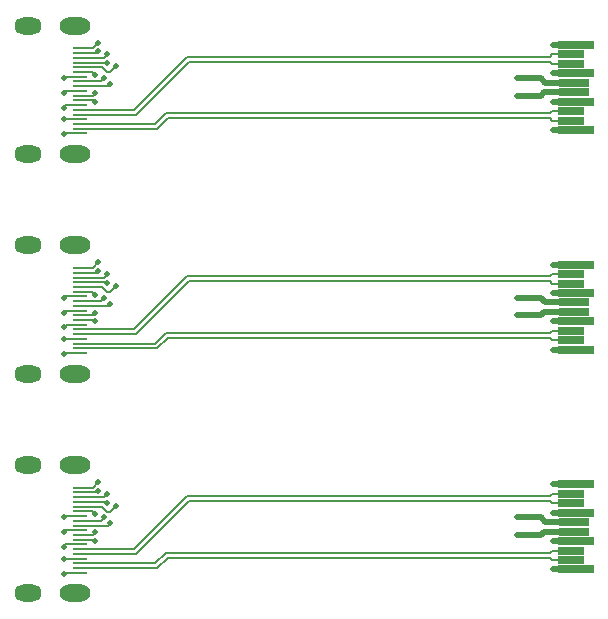
<source format=gtl>
%FSLAX46Y46*%
%MOMM*%
%ADD12C,0.200000*%
%ADD10C,0.205230*%
%ADD11C,0.500000*%
%AMPS17*
21,1,0.220000,1.250000,0.000000,0.000000,270.000000*
%
%ADD17PS17*%
%AMPS20*
1,1,0.500000,0.000000,0.000000*
%
%ADD20PS20*%
%AMPS19*
21,1,1.150000,1.450000,0.000000,0.000000,0.000000*
1,1,1.450000,0.575000,0.000000*
1,1,1.450000,-0.575000,0.000000*
%
%ADD19PS19*%
%AMPS18*
21,1,0.850000,1.450000,0.000000,0.000000,0.000000*
1,1,1.450000,0.425000,0.000000*
1,1,1.450000,-0.425000,0.000000*
%
%ADD18PS18*%
%AMPS15*
21,1,3.000000,0.600000,0.000000,0.000000,0.000000*
%
%ADD15PS15*%
%AMPS14*
21,1,2.200000,0.600000,0.000000,0.000000,0.000000*
%
%ADD14PS14*%
%AMPS13*
21,1,2.600000,0.600000,0.000000,0.000000,0.000000*
%
%ADD13PS13*%
%AMPS16*
1,1,0.240000,0.330000,0.130000*
1,1,0.240000,-0.330000,-0.130000*
1,1,0.240000,-0.330000,0.130000*
21,1,0.500000,0.660000,0.000000,0.000000,90.000000*
21,1,0.260000,0.900000,0.000000,0.000000,90.000000*
1,1,0.240000,0.330000,-0.130000*
%
%ADD16PS16*%
G01*
%LPD*%
G01*
%LPD*%
D10*
X5979215Y41919215D02*
X5975000Y41915000D01*
D11*
X45400000Y44200000D02*
X45000000Y44600000D01*
D11*
X45300000Y43400000D02*
X47800000Y43400000D01*
D10*
X13265411Y41604215D02*
X12380411Y40719215D01*
D12*
X5975000Y42315000D02*
X4815000Y42315000D01*
D12*
X7035000Y45115000D02*
X7300000Y44850000D01*
D12*
X5975000Y46315000D02*
X8015000Y46315000D01*
D12*
X4715000Y44715000D02*
X4600000Y44600000D01*
D12*
X5975000Y44715000D02*
X4715000Y44715000D01*
D11*
X48000000Y40200000D02*
X46075000Y40200000D01*
D10*
X45949999Y45800000D02*
X45754214Y45995785D01*
D12*
X5975000Y45115000D02*
X7035000Y45115000D01*
D10*
X47600000Y41000000D02*
X45949999Y41000000D01*
D10*
X13434589Y41195785D02*
X12549589Y40310785D01*
D12*
X4615000Y41115000D02*
X4600000Y41100000D01*
D12*
X5975000Y43915000D02*
X8365000Y43915000D01*
D10*
X10580411Y41919215D02*
X5979215Y41919215D01*
D10*
X45949999Y41000000D02*
X45754214Y41195785D01*
D12*
X6815000Y47115000D02*
X7065000Y47115000D01*
D12*
X7635000Y45515000D02*
X7885000Y45515000D01*
D11*
X48000000Y45000000D02*
X46075000Y45000000D01*
D12*
X8550000Y45100000D02*
X9050000Y45600000D01*
D10*
X5979215Y40310785D02*
X5975000Y40315000D01*
D11*
X44000000Y43100000D02*
X43000000Y43100000D01*
D12*
X4765000Y43515000D02*
X4600000Y43350000D01*
D10*
X45754214Y41195785D02*
X13434589Y41195785D01*
D10*
X45949999Y46600000D02*
X45754214Y46404215D01*
D12*
X8050000Y45350000D02*
X8300000Y45100000D01*
D12*
X5975000Y46715000D02*
X7415000Y46715000D01*
D12*
X5975000Y45915000D02*
X8235000Y45915000D01*
D10*
X45754214Y45995785D02*
X15234589Y45995785D01*
D10*
X12380411Y40719215D02*
X5979215Y40719215D01*
D12*
X5975000Y47115000D02*
X6815000Y47115000D01*
D11*
X48000000Y42600000D02*
X46075000Y42600000D01*
D12*
X5975000Y39915000D02*
X4665000Y39915000D01*
D10*
X15065411Y46404215D02*
X10580411Y41919215D01*
D12*
X8235000Y45915000D02*
X8300000Y45850000D01*
D10*
X10749589Y41510785D02*
X5979215Y41510785D01*
D10*
X45754214Y46404215D02*
X15065411Y46404215D01*
D12*
X5975000Y43515000D02*
X4765000Y43515000D01*
D11*
X47800000Y44200000D02*
X45400000Y44200000D01*
D12*
X7885000Y45515000D02*
X8050000Y45350000D01*
D11*
X44000000Y43100000D02*
X45000000Y43100000D01*
D12*
X7185000Y42715000D02*
X7300000Y42600000D01*
D11*
X44000000Y44600000D02*
X43000000Y44600000D01*
D10*
X45949999Y41800000D02*
X45754214Y41604215D01*
D10*
X5979215Y40719215D02*
X5975000Y40715000D01*
D12*
X8300000Y45100000D02*
X8550000Y45100000D01*
D12*
X8365000Y43915000D02*
X8550000Y44100000D01*
D12*
X5975000Y44315000D02*
X7765000Y44315000D01*
D10*
X45754214Y41604215D02*
X13265411Y41604215D01*
D11*
X45000000Y44600000D02*
X44000000Y44600000D01*
D12*
X8015000Y46315000D02*
X8300000Y46600000D01*
D10*
X15234589Y45995785D02*
X10749589Y41510785D01*
D12*
X4815000Y42315000D02*
X4600000Y42100000D01*
D12*
X5975000Y45515000D02*
X7635000Y45515000D01*
D12*
X7765000Y44315000D02*
X8050000Y44600000D01*
D12*
X5975000Y43115000D02*
X7065000Y43115000D01*
D12*
X5975000Y42715000D02*
X7185000Y42715000D01*
D10*
X47600000Y46600000D02*
X45949999Y46600000D01*
D10*
X47600000Y45800000D02*
X45949999Y45800000D01*
D12*
X7415000Y46715000D02*
X7550000Y46850000D01*
D11*
X45000000Y43100000D02*
X45300000Y43400000D01*
D10*
X12549589Y40310785D02*
X5979215Y40310785D01*
D11*
X48000000Y47400000D02*
X46075000Y47400000D01*
D10*
X5979215Y41510785D02*
X5975000Y41515000D01*
D10*
X47600000Y41800000D02*
X45949999Y41800000D01*
D12*
X4665000Y39915000D02*
X4600000Y39850000D01*
D12*
X5975000Y41115000D02*
X4615000Y41115000D01*
D12*
X7065000Y47115000D02*
X7550000Y47600000D01*
D12*
X7065000Y43115000D02*
X7300000Y43350000D01*
D10*
X5979215Y23319215D02*
X5975000Y23315000D01*
D11*
X45400000Y25600000D02*
X45000000Y26000000D01*
D11*
X45300000Y24800000D02*
X47800000Y24800000D01*
D10*
X13265411Y23004215D02*
X12380411Y22119215D01*
D12*
X5975000Y23715000D02*
X4815000Y23715000D01*
D12*
X7035000Y26515000D02*
X7300000Y26250000D01*
D12*
X5975000Y27715000D02*
X8015000Y27715000D01*
D12*
X4715000Y26115000D02*
X4600000Y26000000D01*
D12*
X5975000Y26115000D02*
X4715000Y26115000D01*
D11*
X48000000Y21600000D02*
X46075000Y21600000D01*
D10*
X45949999Y27200000D02*
X45754214Y27395785D01*
D12*
X5975000Y26515000D02*
X7035000Y26515000D01*
D10*
X47600000Y22400000D02*
X45949999Y22400000D01*
D10*
X13434589Y22595785D02*
X12549589Y21710785D01*
D12*
X4615000Y22515000D02*
X4600000Y22500000D01*
D12*
X5975000Y25315000D02*
X8365000Y25315000D01*
D10*
X10580411Y23319215D02*
X5979215Y23319215D01*
D10*
X45949999Y22400000D02*
X45754214Y22595785D01*
D12*
X6815000Y28515000D02*
X7065000Y28515000D01*
D12*
X7635000Y26915000D02*
X7885000Y26915000D01*
D11*
X48000000Y26400000D02*
X46075000Y26400000D01*
D12*
X8550000Y26500000D02*
X9050000Y27000000D01*
D10*
X5979215Y21710785D02*
X5975000Y21715000D01*
D11*
X44000000Y24500000D02*
X43000000Y24500000D01*
D12*
X4765000Y24915000D02*
X4600000Y24750000D01*
D10*
X45754214Y22595785D02*
X13434589Y22595785D01*
D10*
X45949999Y28000000D02*
X45754214Y27804215D01*
D12*
X8050000Y26750000D02*
X8300000Y26500000D01*
D12*
X5975000Y28115000D02*
X7415000Y28115000D01*
D12*
X5975000Y27315000D02*
X8235000Y27315000D01*
D10*
X45754214Y27395785D02*
X15234589Y27395785D01*
D10*
X12380411Y22119215D02*
X5979215Y22119215D01*
D12*
X5975000Y28515000D02*
X6815000Y28515000D01*
D11*
X48000000Y24000000D02*
X46075000Y24000000D01*
D12*
X5975000Y21315000D02*
X4665000Y21315000D01*
D10*
X15065411Y27804215D02*
X10580411Y23319215D01*
D12*
X8235000Y27315000D02*
X8300000Y27250000D01*
D10*
X10749589Y22910785D02*
X5979215Y22910785D01*
D10*
X45754214Y27804215D02*
X15065411Y27804215D01*
D12*
X5975000Y24915000D02*
X4765000Y24915000D01*
D11*
X47800000Y25600000D02*
X45400000Y25600000D01*
D12*
X7885000Y26915000D02*
X8050000Y26750000D01*
D11*
X44000000Y24500000D02*
X45000000Y24500000D01*
D12*
X7185000Y24115000D02*
X7300000Y24000000D01*
D11*
X44000000Y26000000D02*
X43000000Y26000000D01*
D10*
X45949999Y23200000D02*
X45754214Y23004215D01*
D10*
X5979215Y22119215D02*
X5975000Y22115000D01*
D12*
X8300000Y26500000D02*
X8550000Y26500000D01*
D12*
X8365000Y25315000D02*
X8550000Y25500000D01*
D12*
X5975000Y25715000D02*
X7765000Y25715000D01*
D10*
X45754214Y23004215D02*
X13265411Y23004215D01*
D11*
X45000000Y26000000D02*
X44000000Y26000000D01*
D12*
X8015000Y27715000D02*
X8300000Y28000000D01*
D10*
X15234589Y27395785D02*
X10749589Y22910785D01*
D12*
X4815000Y23715000D02*
X4600000Y23500000D01*
D12*
X5975000Y26915000D02*
X7635000Y26915000D01*
D12*
X7765000Y25715000D02*
X8050000Y26000000D01*
D12*
X5975000Y24515000D02*
X7065000Y24515000D01*
D12*
X5975000Y24115000D02*
X7185000Y24115000D01*
D10*
X47600000Y28000000D02*
X45949999Y28000000D01*
D10*
X47600000Y27200000D02*
X45949999Y27200000D01*
D12*
X7415000Y28115000D02*
X7550000Y28250000D01*
D11*
X45000000Y24500000D02*
X45300000Y24800000D01*
D10*
X12549589Y21710785D02*
X5979215Y21710785D01*
D11*
X48000000Y28800000D02*
X46075000Y28800000D01*
D10*
X5979215Y22910785D02*
X5975000Y22915000D01*
D10*
X47600000Y23200000D02*
X45949999Y23200000D01*
D12*
X4665000Y21315000D02*
X4600000Y21250000D01*
D12*
X5975000Y22515000D02*
X4615000Y22515000D01*
D12*
X7065000Y28515000D02*
X7550000Y29000000D01*
D12*
X7065000Y24515000D02*
X7300000Y24750000D01*
D10*
X5979215Y4719215D02*
X5975000Y4715000D01*
D11*
X45400000Y7000000D02*
X45000000Y7400000D01*
D11*
X45300000Y6200000D02*
X47800000Y6200000D01*
D10*
X13265411Y4404215D02*
X12380411Y3519215D01*
D12*
X5975000Y5115000D02*
X4815000Y5115000D01*
D12*
X7035000Y7915000D02*
X7300000Y7650000D01*
D12*
X5975000Y9115000D02*
X8015000Y9115000D01*
D12*
X4715000Y7515000D02*
X4600000Y7400000D01*
D12*
X5975000Y7515000D02*
X4715000Y7515000D01*
D11*
X48000000Y3000000D02*
X46075000Y3000000D01*
D10*
X45949999Y8600000D02*
X45754214Y8795785D01*
D12*
X5975000Y7915000D02*
X7035000Y7915000D01*
D10*
X47600000Y3800000D02*
X45949999Y3800000D01*
D10*
X13434589Y3995785D02*
X12549589Y3110785D01*
D12*
X4615000Y3915000D02*
X4600000Y3900000D01*
D12*
X5975000Y6715000D02*
X8365000Y6715000D01*
D10*
X10580411Y4719215D02*
X5979215Y4719215D01*
D10*
X45949999Y3800000D02*
X45754214Y3995785D01*
D12*
X6815000Y9915000D02*
X7065000Y9915000D01*
D12*
X7635000Y8315000D02*
X7885000Y8315000D01*
D11*
X48000000Y7800000D02*
X46075000Y7800000D01*
D12*
X8550000Y7900000D02*
X9050000Y8400000D01*
D10*
X5979215Y3110785D02*
X5975000Y3115000D01*
D11*
X44000000Y5900000D02*
X43000000Y5900000D01*
D12*
X4765000Y6315000D02*
X4600000Y6150000D01*
D10*
X45754214Y3995785D02*
X13434589Y3995785D01*
D10*
X45949999Y9400000D02*
X45754214Y9204215D01*
D12*
X8050000Y8150000D02*
X8300000Y7900000D01*
D12*
X5975000Y9515000D02*
X7415000Y9515000D01*
D12*
X5975000Y8715000D02*
X8235000Y8715000D01*
D10*
X45754214Y8795785D02*
X15234589Y8795785D01*
D10*
X12380411Y3519215D02*
X5979215Y3519215D01*
D12*
X5975000Y9915000D02*
X6815000Y9915000D01*
D11*
X48000000Y5400000D02*
X46075000Y5400000D01*
D12*
X5975000Y2715000D02*
X4665000Y2715000D01*
D10*
X15065411Y9204215D02*
X10580411Y4719215D01*
D12*
X8235000Y8715000D02*
X8300000Y8650000D01*
D10*
X10749589Y4310785D02*
X5979215Y4310785D01*
D10*
X45754214Y9204215D02*
X15065411Y9204215D01*
D12*
X5975000Y6315000D02*
X4765000Y6315000D01*
D11*
X47800000Y7000000D02*
X45400000Y7000000D01*
D12*
X7885000Y8315000D02*
X8050000Y8150000D01*
D11*
X44000000Y5900000D02*
X45000000Y5900000D01*
D12*
X7185000Y5515000D02*
X7300000Y5400000D01*
D11*
X44000000Y7400000D02*
X43000000Y7400000D01*
D10*
X45949999Y4600000D02*
X45754214Y4404215D01*
D10*
X5979215Y3519215D02*
X5975000Y3515000D01*
D12*
X8300000Y7900000D02*
X8550000Y7900000D01*
D12*
X8365000Y6715000D02*
X8550000Y6900000D01*
D12*
X5975000Y7115000D02*
X7765000Y7115000D01*
D10*
X45754214Y4404215D02*
X13265411Y4404215D01*
D11*
X45000000Y7400000D02*
X44000000Y7400000D01*
D12*
X8015000Y9115000D02*
X8300000Y9400000D01*
D10*
X15234589Y8795785D02*
X10749589Y4310785D01*
D12*
X4815000Y5115000D02*
X4600000Y4900000D01*
D12*
X5975000Y8315000D02*
X7635000Y8315000D01*
D12*
X7765000Y7115000D02*
X8050000Y7400000D01*
D12*
X5975000Y5915000D02*
X7065000Y5915000D01*
D12*
X5975000Y5515000D02*
X7185000Y5515000D01*
D10*
X47600000Y9400000D02*
X45949999Y9400000D01*
D10*
X47600000Y8600000D02*
X45949999Y8600000D01*
D12*
X7415000Y9515000D02*
X7550000Y9650000D01*
D11*
X45000000Y5900000D02*
X45300000Y6200000D01*
D10*
X12549589Y3110785D02*
X5979215Y3110785D01*
D11*
X48000000Y10200000D02*
X46075000Y10200000D01*
D10*
X5979215Y4310785D02*
X5975000Y4315000D01*
D10*
X47600000Y4600000D02*
X45949999Y4600000D01*
D12*
X4665000Y2715000D02*
X4600000Y2650000D01*
D12*
X5975000Y3915000D02*
X4615000Y3915000D01*
D12*
X7065000Y9915000D02*
X7550000Y10400000D01*
D12*
X7065000Y5915000D02*
X7300000Y6150000D01*
G75*
D13*
X47800000Y44200000D03*
D14*
X47600000Y45800000D03*
D15*
X48000000Y42600000D03*
D14*
X47600000Y41000000D03*
D15*
X48000000Y40200000D03*
D14*
X47600000Y46600000D03*
D13*
X47800000Y43400000D03*
D15*
X48000000Y45000000D03*
D14*
X47600000Y41800000D03*
D15*
X48000000Y47400000D03*
D16*
X44000000Y43100000D03*
D16*
X44000000Y44600000D03*
D17*
X5975000Y41115000D03*
D17*
X5975000Y40715000D03*
D18*
X1600000Y38175000D03*
D17*
X5975000Y46715000D03*
D17*
X5975000Y43115000D03*
D17*
X5975000Y42715000D03*
D19*
X5550000Y38175000D03*
D17*
X5975000Y43915000D03*
D17*
X5975000Y43515000D03*
D17*
X5975000Y45115000D03*
D17*
X5975000Y44315000D03*
D17*
X5975000Y39915000D03*
D17*
X5975000Y47115000D03*
D19*
X5550000Y49025000D03*
D17*
X5975000Y46315000D03*
D17*
X5975000Y42315000D03*
D17*
X5975000Y45515000D03*
D17*
X5975000Y41515000D03*
D17*
X5975000Y40315000D03*
D17*
X5975000Y44715000D03*
D17*
X5975000Y41915000D03*
D18*
X1600000Y49025000D03*
D17*
X5975000Y45915000D03*
D20*
X4600000Y41100000D03*
D20*
X4600000Y42100000D03*
D20*
X4600000Y43350000D03*
D20*
X8300000Y46600000D03*
D20*
X46075000Y45000000D03*
D20*
X9050000Y45600000D03*
D20*
X43000000Y44600000D03*
D20*
X4600000Y44600000D03*
D20*
X8550000Y44100000D03*
D20*
X43000000Y43100000D03*
D20*
X46075000Y42600000D03*
D20*
X46075000Y47400000D03*
D20*
X7300000Y43350000D03*
D20*
X7300000Y44850000D03*
D20*
X8300000Y45850000D03*
D20*
X4600000Y39850000D03*
D20*
X46075000Y40200000D03*
D20*
X7300000Y42600000D03*
D20*
X7550000Y46850000D03*
D20*
X8050000Y44600000D03*
D20*
X7550000Y47600000D03*
D13*
X47800000Y25600000D03*
D14*
X47600000Y27200000D03*
D15*
X48000000Y24000000D03*
D14*
X47600000Y22400000D03*
D15*
X48000000Y21600000D03*
D14*
X47600000Y28000000D03*
D13*
X47800000Y24800000D03*
D15*
X48000000Y26400000D03*
D14*
X47600000Y23200000D03*
D15*
X48000000Y28800000D03*
D16*
X44000000Y24500000D03*
D16*
X44000000Y26000000D03*
D17*
X5975000Y22515000D03*
D17*
X5975000Y22115000D03*
D18*
X1600000Y19575000D03*
D17*
X5975000Y28115000D03*
D17*
X5975000Y24515000D03*
D17*
X5975000Y24115000D03*
D19*
X5550000Y19575000D03*
D17*
X5975000Y25315000D03*
D17*
X5975000Y24915000D03*
D17*
X5975000Y26515000D03*
D17*
X5975000Y25715000D03*
D17*
X5975000Y21315000D03*
D17*
X5975000Y28515000D03*
D19*
X5550000Y30425000D03*
D17*
X5975000Y27715000D03*
D17*
X5975000Y23715000D03*
D17*
X5975000Y26915000D03*
D17*
X5975000Y22915000D03*
D17*
X5975000Y21715000D03*
D17*
X5975000Y26115000D03*
D17*
X5975000Y23315000D03*
D18*
X1600000Y30425000D03*
D17*
X5975000Y27315000D03*
D20*
X4600000Y22500000D03*
D20*
X4600000Y23500000D03*
D20*
X4600000Y24750000D03*
D20*
X8300000Y28000000D03*
D20*
X46075000Y26400000D03*
D20*
X9050000Y27000000D03*
D20*
X43000000Y26000000D03*
D20*
X4600000Y26000000D03*
D20*
X8550000Y25500000D03*
D20*
X43000000Y24500000D03*
D20*
X46075000Y24000000D03*
D20*
X46075000Y28800000D03*
D20*
X7300000Y24750000D03*
D20*
X7300000Y26250000D03*
D20*
X8300000Y27250000D03*
D20*
X4600000Y21250000D03*
D20*
X46075000Y21600000D03*
D20*
X7300000Y24000000D03*
D20*
X7550000Y28250000D03*
D20*
X8050000Y26000000D03*
D20*
X7550000Y29000000D03*
D13*
X47800000Y7000000D03*
D14*
X47600000Y8600000D03*
D15*
X48000000Y5400000D03*
D14*
X47600000Y3800000D03*
D15*
X48000000Y3000000D03*
D14*
X47600000Y9400000D03*
D13*
X47800000Y6200000D03*
D15*
X48000000Y7800000D03*
D14*
X47600000Y4600000D03*
D15*
X48000000Y10200000D03*
D16*
X44000000Y5900000D03*
D16*
X44000000Y7400000D03*
D17*
X5975000Y3915000D03*
D17*
X5975000Y3515000D03*
D18*
X1600000Y975000D03*
D17*
X5975000Y9515000D03*
D17*
X5975000Y5915000D03*
D17*
X5975000Y5515000D03*
D19*
X5550000Y975000D03*
D17*
X5975000Y6715000D03*
D17*
X5975000Y6315000D03*
D17*
X5975000Y7915000D03*
D17*
X5975000Y7115000D03*
D17*
X5975000Y2715000D03*
D17*
X5975000Y9915000D03*
D19*
X5550000Y11825000D03*
D17*
X5975000Y9115000D03*
D17*
X5975000Y5115000D03*
D17*
X5975000Y8315000D03*
D17*
X5975000Y4315000D03*
D17*
X5975000Y3115000D03*
D17*
X5975000Y7515000D03*
D17*
X5975000Y4715000D03*
D18*
X1600000Y11825000D03*
D17*
X5975000Y8715000D03*
D20*
X4600000Y3900000D03*
D20*
X4600000Y4900000D03*
D20*
X4600000Y6150000D03*
D20*
X8300000Y9400000D03*
D20*
X46075000Y7800000D03*
D20*
X9050000Y8400000D03*
D20*
X43000000Y7400000D03*
D20*
X4600000Y7400000D03*
D20*
X8550000Y6900000D03*
D20*
X43000000Y5900000D03*
D20*
X46075000Y5400000D03*
D20*
X46075000Y10200000D03*
D20*
X7300000Y6150000D03*
D20*
X7300000Y7650000D03*
D20*
X8300000Y8650000D03*
D20*
X4600000Y2650000D03*
D20*
X46075000Y3000000D03*
D20*
X7300000Y5400000D03*
D20*
X7550000Y9650000D03*
D20*
X8050000Y7400000D03*
D20*
X7550000Y10400000D03*
M02*

</source>
